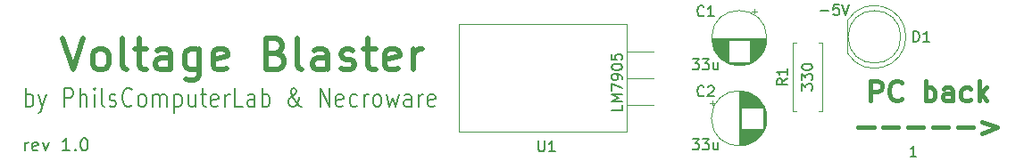
<source format=gbr>
%TF.GenerationSoftware,KiCad,Pcbnew,5.1.7*%
%TF.CreationDate,2020-11-23T18:03:56+01:00*%
%TF.ProjectId,voltage-blaster,766f6c74-6167-4652-9d62-6c6173746572,1.0*%
%TF.SameCoordinates,Original*%
%TF.FileFunction,Legend,Top*%
%TF.FilePolarity,Positive*%
%FSLAX46Y46*%
G04 Gerber Fmt 4.6, Leading zero omitted, Abs format (unit mm)*
G04 Created by KiCad (PCBNEW 5.1.7) date 2020-11-23 18:03:56*
%MOMM*%
%LPD*%
G01*
G04 APERTURE LIST*
%ADD10C,0.150000*%
%ADD11C,0.200000*%
%ADD12C,0.500000*%
%ADD13C,0.400000*%
%ADD14C,0.120000*%
G04 APERTURE END LIST*
D10*
X72622142Y-62137857D02*
X72622142Y-61337857D01*
X72622142Y-61566428D02*
X72679285Y-61452142D01*
X72736428Y-61395000D01*
X72850714Y-61337857D01*
X72965000Y-61337857D01*
X73822142Y-62080714D02*
X73707857Y-62137857D01*
X73479285Y-62137857D01*
X73365000Y-62080714D01*
X73307857Y-61966428D01*
X73307857Y-61509285D01*
X73365000Y-61395000D01*
X73479285Y-61337857D01*
X73707857Y-61337857D01*
X73822142Y-61395000D01*
X73879285Y-61509285D01*
X73879285Y-61623571D01*
X73307857Y-61737857D01*
X74279285Y-61337857D02*
X74565000Y-62137857D01*
X74850714Y-61337857D01*
X76850714Y-62137857D02*
X76165000Y-62137857D01*
X76507857Y-62137857D02*
X76507857Y-60937857D01*
X76393571Y-61109285D01*
X76279285Y-61223571D01*
X76165000Y-61280714D01*
X77365000Y-62023571D02*
X77422142Y-62080714D01*
X77365000Y-62137857D01*
X77307857Y-62080714D01*
X77365000Y-62023571D01*
X77365000Y-62137857D01*
X78165000Y-60937857D02*
X78279285Y-60937857D01*
X78393571Y-60995000D01*
X78450714Y-61052142D01*
X78507857Y-61166428D01*
X78565000Y-61395000D01*
X78565000Y-61680714D01*
X78507857Y-61909285D01*
X78450714Y-62023571D01*
X78393571Y-62080714D01*
X78279285Y-62137857D01*
X78165000Y-62137857D01*
X78050714Y-62080714D01*
X77993571Y-62023571D01*
X77936428Y-61909285D01*
X77879285Y-61680714D01*
X77879285Y-61395000D01*
X77936428Y-61166428D01*
X77993571Y-61052142D01*
X78050714Y-60995000D01*
X78165000Y-60937857D01*
D11*
X72682142Y-57964285D02*
X72682142Y-56164285D01*
X72682142Y-56850000D02*
X72825000Y-56764285D01*
X73110714Y-56764285D01*
X73253571Y-56850000D01*
X73325000Y-56935714D01*
X73396428Y-57107142D01*
X73396428Y-57621428D01*
X73325000Y-57792857D01*
X73253571Y-57878571D01*
X73110714Y-57964285D01*
X72825000Y-57964285D01*
X72682142Y-57878571D01*
X73896428Y-56764285D02*
X74253571Y-57964285D01*
X74610714Y-56764285D02*
X74253571Y-57964285D01*
X74110714Y-58392857D01*
X74039285Y-58478571D01*
X73896428Y-58564285D01*
X76325000Y-57964285D02*
X76325000Y-56164285D01*
X76896428Y-56164285D01*
X77039285Y-56250000D01*
X77110714Y-56335714D01*
X77182142Y-56507142D01*
X77182142Y-56764285D01*
X77110714Y-56935714D01*
X77039285Y-57021428D01*
X76896428Y-57107142D01*
X76325000Y-57107142D01*
X77825000Y-57964285D02*
X77825000Y-56164285D01*
X78467857Y-57964285D02*
X78467857Y-57021428D01*
X78396428Y-56850000D01*
X78253571Y-56764285D01*
X78039285Y-56764285D01*
X77896428Y-56850000D01*
X77825000Y-56935714D01*
X79182142Y-57964285D02*
X79182142Y-56764285D01*
X79182142Y-56164285D02*
X79110714Y-56250000D01*
X79182142Y-56335714D01*
X79253571Y-56250000D01*
X79182142Y-56164285D01*
X79182142Y-56335714D01*
X80110714Y-57964285D02*
X79967857Y-57878571D01*
X79896428Y-57707142D01*
X79896428Y-56164285D01*
X80610714Y-57878571D02*
X80753571Y-57964285D01*
X81039285Y-57964285D01*
X81182142Y-57878571D01*
X81253571Y-57707142D01*
X81253571Y-57621428D01*
X81182142Y-57450000D01*
X81039285Y-57364285D01*
X80825000Y-57364285D01*
X80682142Y-57278571D01*
X80610714Y-57107142D01*
X80610714Y-57021428D01*
X80682142Y-56850000D01*
X80825000Y-56764285D01*
X81039285Y-56764285D01*
X81182142Y-56850000D01*
X82753571Y-57792857D02*
X82682142Y-57878571D01*
X82467857Y-57964285D01*
X82325000Y-57964285D01*
X82110714Y-57878571D01*
X81967857Y-57707142D01*
X81896428Y-57535714D01*
X81825000Y-57192857D01*
X81825000Y-56935714D01*
X81896428Y-56592857D01*
X81967857Y-56421428D01*
X82110714Y-56250000D01*
X82325000Y-56164285D01*
X82467857Y-56164285D01*
X82682142Y-56250000D01*
X82753571Y-56335714D01*
X83610714Y-57964285D02*
X83467857Y-57878571D01*
X83396428Y-57792857D01*
X83325000Y-57621428D01*
X83325000Y-57107142D01*
X83396428Y-56935714D01*
X83467857Y-56850000D01*
X83610714Y-56764285D01*
X83825000Y-56764285D01*
X83967857Y-56850000D01*
X84039285Y-56935714D01*
X84110714Y-57107142D01*
X84110714Y-57621428D01*
X84039285Y-57792857D01*
X83967857Y-57878571D01*
X83825000Y-57964285D01*
X83610714Y-57964285D01*
X84753571Y-57964285D02*
X84753571Y-56764285D01*
X84753571Y-56935714D02*
X84825000Y-56850000D01*
X84967857Y-56764285D01*
X85182142Y-56764285D01*
X85325000Y-56850000D01*
X85396428Y-57021428D01*
X85396428Y-57964285D01*
X85396428Y-57021428D02*
X85467857Y-56850000D01*
X85610714Y-56764285D01*
X85825000Y-56764285D01*
X85967857Y-56850000D01*
X86039285Y-57021428D01*
X86039285Y-57964285D01*
X86753571Y-56764285D02*
X86753571Y-58564285D01*
X86753571Y-56850000D02*
X86896428Y-56764285D01*
X87182142Y-56764285D01*
X87325000Y-56850000D01*
X87396428Y-56935714D01*
X87467857Y-57107142D01*
X87467857Y-57621428D01*
X87396428Y-57792857D01*
X87325000Y-57878571D01*
X87182142Y-57964285D01*
X86896428Y-57964285D01*
X86753571Y-57878571D01*
X88753571Y-56764285D02*
X88753571Y-57964285D01*
X88110714Y-56764285D02*
X88110714Y-57707142D01*
X88182142Y-57878571D01*
X88325000Y-57964285D01*
X88539285Y-57964285D01*
X88682142Y-57878571D01*
X88753571Y-57792857D01*
X89253571Y-56764285D02*
X89825000Y-56764285D01*
X89467857Y-56164285D02*
X89467857Y-57707142D01*
X89539285Y-57878571D01*
X89682142Y-57964285D01*
X89825000Y-57964285D01*
X90896428Y-57878571D02*
X90753571Y-57964285D01*
X90467857Y-57964285D01*
X90325000Y-57878571D01*
X90253571Y-57707142D01*
X90253571Y-57021428D01*
X90325000Y-56850000D01*
X90467857Y-56764285D01*
X90753571Y-56764285D01*
X90896428Y-56850000D01*
X90967857Y-57021428D01*
X90967857Y-57192857D01*
X90253571Y-57364285D01*
X91610714Y-57964285D02*
X91610714Y-56764285D01*
X91610714Y-57107142D02*
X91682142Y-56935714D01*
X91753571Y-56850000D01*
X91896428Y-56764285D01*
X92039285Y-56764285D01*
X93253571Y-57964285D02*
X92539285Y-57964285D01*
X92539285Y-56164285D01*
X94396428Y-57964285D02*
X94396428Y-57021428D01*
X94325000Y-56850000D01*
X94182142Y-56764285D01*
X93896428Y-56764285D01*
X93753571Y-56850000D01*
X94396428Y-57878571D02*
X94253571Y-57964285D01*
X93896428Y-57964285D01*
X93753571Y-57878571D01*
X93682142Y-57707142D01*
X93682142Y-57535714D01*
X93753571Y-57364285D01*
X93896428Y-57278571D01*
X94253571Y-57278571D01*
X94396428Y-57192857D01*
X95110714Y-57964285D02*
X95110714Y-56164285D01*
X95110714Y-56850000D02*
X95253571Y-56764285D01*
X95539285Y-56764285D01*
X95682142Y-56850000D01*
X95753571Y-56935714D01*
X95825000Y-57107142D01*
X95825000Y-57621428D01*
X95753571Y-57792857D01*
X95682142Y-57878571D01*
X95539285Y-57964285D01*
X95253571Y-57964285D01*
X95110714Y-57878571D01*
X98825000Y-57964285D02*
X98753571Y-57964285D01*
X98610714Y-57878571D01*
X98396428Y-57621428D01*
X98039285Y-57107142D01*
X97896428Y-56850000D01*
X97825000Y-56592857D01*
X97825000Y-56421428D01*
X97896428Y-56250000D01*
X98039285Y-56164285D01*
X98110714Y-56164285D01*
X98253571Y-56250000D01*
X98325000Y-56421428D01*
X98325000Y-56507142D01*
X98253571Y-56678571D01*
X98182142Y-56764285D01*
X97753571Y-57107142D01*
X97682142Y-57192857D01*
X97610714Y-57364285D01*
X97610714Y-57621428D01*
X97682142Y-57792857D01*
X97753571Y-57878571D01*
X97896428Y-57964285D01*
X98110714Y-57964285D01*
X98253571Y-57878571D01*
X98325000Y-57792857D01*
X98539285Y-57450000D01*
X98610714Y-57192857D01*
X98610714Y-57021428D01*
X100610714Y-57964285D02*
X100610714Y-56164285D01*
X101467857Y-57964285D01*
X101467857Y-56164285D01*
X102753571Y-57878571D02*
X102610714Y-57964285D01*
X102325000Y-57964285D01*
X102182142Y-57878571D01*
X102110714Y-57707142D01*
X102110714Y-57021428D01*
X102182142Y-56850000D01*
X102325000Y-56764285D01*
X102610714Y-56764285D01*
X102753571Y-56850000D01*
X102825000Y-57021428D01*
X102825000Y-57192857D01*
X102110714Y-57364285D01*
X104110714Y-57878571D02*
X103967857Y-57964285D01*
X103682142Y-57964285D01*
X103539285Y-57878571D01*
X103467857Y-57792857D01*
X103396428Y-57621428D01*
X103396428Y-57107142D01*
X103467857Y-56935714D01*
X103539285Y-56850000D01*
X103682142Y-56764285D01*
X103967857Y-56764285D01*
X104110714Y-56850000D01*
X104753571Y-57964285D02*
X104753571Y-56764285D01*
X104753571Y-57107142D02*
X104825000Y-56935714D01*
X104896428Y-56850000D01*
X105039285Y-56764285D01*
X105182142Y-56764285D01*
X105896428Y-57964285D02*
X105753571Y-57878571D01*
X105682142Y-57792857D01*
X105610714Y-57621428D01*
X105610714Y-57107142D01*
X105682142Y-56935714D01*
X105753571Y-56850000D01*
X105896428Y-56764285D01*
X106110714Y-56764285D01*
X106253571Y-56850000D01*
X106325000Y-56935714D01*
X106396428Y-57107142D01*
X106396428Y-57621428D01*
X106325000Y-57792857D01*
X106253571Y-57878571D01*
X106110714Y-57964285D01*
X105896428Y-57964285D01*
X106896428Y-56764285D02*
X107182142Y-57964285D01*
X107467857Y-57107142D01*
X107753571Y-57964285D01*
X108039285Y-56764285D01*
X109253571Y-57964285D02*
X109253571Y-57021428D01*
X109182142Y-56850000D01*
X109039285Y-56764285D01*
X108753571Y-56764285D01*
X108610714Y-56850000D01*
X109253571Y-57878571D02*
X109110714Y-57964285D01*
X108753571Y-57964285D01*
X108610714Y-57878571D01*
X108539285Y-57707142D01*
X108539285Y-57535714D01*
X108610714Y-57364285D01*
X108753571Y-57278571D01*
X109110714Y-57278571D01*
X109253571Y-57192857D01*
X109967857Y-57964285D02*
X109967857Y-56764285D01*
X109967857Y-57107142D02*
X110039285Y-56935714D01*
X110110714Y-56850000D01*
X110253571Y-56764285D01*
X110396428Y-56764285D01*
X111467857Y-57878571D02*
X111325000Y-57964285D01*
X111039285Y-57964285D01*
X110896428Y-57878571D01*
X110825000Y-57707142D01*
X110825000Y-57021428D01*
X110896428Y-56850000D01*
X111039285Y-56764285D01*
X111325000Y-56764285D01*
X111467857Y-56850000D01*
X111539285Y-57021428D01*
X111539285Y-57192857D01*
X110825000Y-57364285D01*
D12*
X76146571Y-51443142D02*
X77146571Y-54443142D01*
X78146571Y-51443142D01*
X79575142Y-54443142D02*
X79289428Y-54300285D01*
X79146571Y-54157428D01*
X79003714Y-53871714D01*
X79003714Y-53014571D01*
X79146571Y-52728857D01*
X79289428Y-52586000D01*
X79575142Y-52443142D01*
X80003714Y-52443142D01*
X80289428Y-52586000D01*
X80432285Y-52728857D01*
X80575142Y-53014571D01*
X80575142Y-53871714D01*
X80432285Y-54157428D01*
X80289428Y-54300285D01*
X80003714Y-54443142D01*
X79575142Y-54443142D01*
X82289428Y-54443142D02*
X82003714Y-54300285D01*
X81860857Y-54014571D01*
X81860857Y-51443142D01*
X83003714Y-52443142D02*
X84146571Y-52443142D01*
X83432285Y-51443142D02*
X83432285Y-54014571D01*
X83575142Y-54300285D01*
X83860857Y-54443142D01*
X84146571Y-54443142D01*
X86432285Y-54443142D02*
X86432285Y-52871714D01*
X86289428Y-52586000D01*
X86003714Y-52443142D01*
X85432285Y-52443142D01*
X85146571Y-52586000D01*
X86432285Y-54300285D02*
X86146571Y-54443142D01*
X85432285Y-54443142D01*
X85146571Y-54300285D01*
X85003714Y-54014571D01*
X85003714Y-53728857D01*
X85146571Y-53443142D01*
X85432285Y-53300285D01*
X86146571Y-53300285D01*
X86432285Y-53157428D01*
X89146571Y-52443142D02*
X89146571Y-54871714D01*
X89003714Y-55157428D01*
X88860857Y-55300285D01*
X88575142Y-55443142D01*
X88146571Y-55443142D01*
X87860857Y-55300285D01*
X89146571Y-54300285D02*
X88860857Y-54443142D01*
X88289428Y-54443142D01*
X88003714Y-54300285D01*
X87860857Y-54157428D01*
X87717999Y-53871714D01*
X87717999Y-53014571D01*
X87860857Y-52728857D01*
X88003714Y-52586000D01*
X88289428Y-52443142D01*
X88860857Y-52443142D01*
X89146571Y-52586000D01*
X91718000Y-54300285D02*
X91432285Y-54443142D01*
X90860857Y-54443142D01*
X90575142Y-54300285D01*
X90432285Y-54014571D01*
X90432285Y-52871714D01*
X90575142Y-52586000D01*
X90860857Y-52443142D01*
X91432285Y-52443142D01*
X91718000Y-52586000D01*
X91860857Y-52871714D01*
X91860857Y-53157428D01*
X90432285Y-53443142D01*
X96432285Y-52871714D02*
X96860857Y-53014571D01*
X97003714Y-53157428D01*
X97146571Y-53443142D01*
X97146571Y-53871714D01*
X97003714Y-54157428D01*
X96860857Y-54300285D01*
X96575142Y-54443142D01*
X95432285Y-54443142D01*
X95432285Y-51443142D01*
X96432285Y-51443142D01*
X96718000Y-51586000D01*
X96860857Y-51728857D01*
X97003714Y-52014571D01*
X97003714Y-52300285D01*
X96860857Y-52586000D01*
X96718000Y-52728857D01*
X96432285Y-52871714D01*
X95432285Y-52871714D01*
X98860857Y-54443142D02*
X98575142Y-54300285D01*
X98432285Y-54014571D01*
X98432285Y-51443142D01*
X101289428Y-54443142D02*
X101289428Y-52871714D01*
X101146571Y-52586000D01*
X100860857Y-52443142D01*
X100289428Y-52443142D01*
X100003714Y-52586000D01*
X101289428Y-54300285D02*
X101003714Y-54443142D01*
X100289428Y-54443142D01*
X100003714Y-54300285D01*
X99860857Y-54014571D01*
X99860857Y-53728857D01*
X100003714Y-53443142D01*
X100289428Y-53300285D01*
X101003714Y-53300285D01*
X101289428Y-53157428D01*
X102575142Y-54300285D02*
X102860857Y-54443142D01*
X103432285Y-54443142D01*
X103717999Y-54300285D01*
X103860857Y-54014571D01*
X103860857Y-53871714D01*
X103717999Y-53586000D01*
X103432285Y-53443142D01*
X103003714Y-53443142D01*
X102717999Y-53300285D01*
X102575142Y-53014571D01*
X102575142Y-52871714D01*
X102717999Y-52586000D01*
X103003714Y-52443142D01*
X103432285Y-52443142D01*
X103717999Y-52586000D01*
X104718000Y-52443142D02*
X105860857Y-52443142D01*
X105146571Y-51443142D02*
X105146571Y-54014571D01*
X105289428Y-54300285D01*
X105575142Y-54443142D01*
X105860857Y-54443142D01*
X108003714Y-54300285D02*
X107717999Y-54443142D01*
X107146571Y-54443142D01*
X106860857Y-54300285D01*
X106717999Y-54014571D01*
X106717999Y-52871714D01*
X106860857Y-52586000D01*
X107146571Y-52443142D01*
X107717999Y-52443142D01*
X108003714Y-52586000D01*
X108146571Y-52871714D01*
X108146571Y-53157428D01*
X106717999Y-53443142D01*
X109432285Y-54443142D02*
X109432285Y-52443142D01*
X109432285Y-53014571D02*
X109575142Y-52728857D01*
X109717999Y-52586000D01*
X110003714Y-52443142D01*
X110289428Y-52443142D01*
D10*
X157130714Y-62682380D02*
X156559285Y-62682380D01*
X156845000Y-62682380D02*
X156845000Y-61682380D01*
X156749761Y-61825238D01*
X156654523Y-61920476D01*
X156559285Y-61968095D01*
D13*
X152768190Y-57400523D02*
X152768190Y-55500523D01*
X153492000Y-55500523D01*
X153672952Y-55591000D01*
X153763428Y-55681476D01*
X153853904Y-55862428D01*
X153853904Y-56133857D01*
X153763428Y-56314809D01*
X153672952Y-56405285D01*
X153492000Y-56495761D01*
X152768190Y-56495761D01*
X155753904Y-57219571D02*
X155663428Y-57310047D01*
X155392000Y-57400523D01*
X155211047Y-57400523D01*
X154939619Y-57310047D01*
X154758666Y-57129095D01*
X154668190Y-56948142D01*
X154577714Y-56586238D01*
X154577714Y-56314809D01*
X154668190Y-55952904D01*
X154758666Y-55771952D01*
X154939619Y-55591000D01*
X155211047Y-55500523D01*
X155392000Y-55500523D01*
X155663428Y-55591000D01*
X155753904Y-55681476D01*
X158015809Y-57400523D02*
X158015809Y-55500523D01*
X158015809Y-56224333D02*
X158196761Y-56133857D01*
X158558666Y-56133857D01*
X158739619Y-56224333D01*
X158830095Y-56314809D01*
X158920571Y-56495761D01*
X158920571Y-57038619D01*
X158830095Y-57219571D01*
X158739619Y-57310047D01*
X158558666Y-57400523D01*
X158196761Y-57400523D01*
X158015809Y-57310047D01*
X160549142Y-57400523D02*
X160549142Y-56405285D01*
X160458666Y-56224333D01*
X160277714Y-56133857D01*
X159915809Y-56133857D01*
X159734857Y-56224333D01*
X160549142Y-57310047D02*
X160368190Y-57400523D01*
X159915809Y-57400523D01*
X159734857Y-57310047D01*
X159644380Y-57129095D01*
X159644380Y-56948142D01*
X159734857Y-56767190D01*
X159915809Y-56676714D01*
X160368190Y-56676714D01*
X160549142Y-56586238D01*
X162268190Y-57310047D02*
X162087238Y-57400523D01*
X161725333Y-57400523D01*
X161544380Y-57310047D01*
X161453904Y-57219571D01*
X161363428Y-57038619D01*
X161363428Y-56495761D01*
X161453904Y-56314809D01*
X161544380Y-56224333D01*
X161725333Y-56133857D01*
X162087238Y-56133857D01*
X162268190Y-56224333D01*
X163082476Y-57400523D02*
X163082476Y-55500523D01*
X163263428Y-56676714D02*
X163806285Y-57400523D01*
X163806285Y-56133857D02*
X163082476Y-56857666D01*
X151637238Y-59926714D02*
X153084857Y-59926714D01*
X153989619Y-59926714D02*
X155437238Y-59926714D01*
X156342000Y-59926714D02*
X157789619Y-59926714D01*
X158694380Y-59926714D02*
X160142000Y-59926714D01*
X161046761Y-59926714D02*
X162494380Y-59926714D01*
X163399142Y-59383857D02*
X164846761Y-59926714D01*
X163399142Y-60469571D01*
D14*
%TO.C,U1*%
X129660000Y-60365000D02*
X129660000Y-50125000D01*
X113770000Y-60365000D02*
X113770000Y-50125000D01*
X113770000Y-60365000D02*
X129660000Y-60365000D01*
X113770000Y-50125000D02*
X129660000Y-50125000D01*
X129660000Y-57785000D02*
X132200000Y-57785000D01*
X129660000Y-55245000D02*
X132200000Y-55245000D01*
X129660000Y-52705000D02*
X132200000Y-52705000D01*
%TO.C,C2*%
X142935000Y-59055000D02*
G75*
G03*
X142935000Y-59055000I-2620000J0D01*
G01*
X140315000Y-56475000D02*
X140315000Y-61635000D01*
X140355000Y-56475000D02*
X140355000Y-61635000D01*
X140395000Y-56476000D02*
X140395000Y-61634000D01*
X140435000Y-56477000D02*
X140435000Y-61633000D01*
X140475000Y-56479000D02*
X140475000Y-61631000D01*
X140515000Y-56482000D02*
X140515000Y-61628000D01*
X140555000Y-56486000D02*
X140555000Y-58015000D01*
X140555000Y-60095000D02*
X140555000Y-61624000D01*
X140595000Y-56490000D02*
X140595000Y-58015000D01*
X140595000Y-60095000D02*
X140595000Y-61620000D01*
X140635000Y-56494000D02*
X140635000Y-58015000D01*
X140635000Y-60095000D02*
X140635000Y-61616000D01*
X140675000Y-56499000D02*
X140675000Y-58015000D01*
X140675000Y-60095000D02*
X140675000Y-61611000D01*
X140715000Y-56505000D02*
X140715000Y-58015000D01*
X140715000Y-60095000D02*
X140715000Y-61605000D01*
X140755000Y-56512000D02*
X140755000Y-58015000D01*
X140755000Y-60095000D02*
X140755000Y-61598000D01*
X140795000Y-56519000D02*
X140795000Y-58015000D01*
X140795000Y-60095000D02*
X140795000Y-61591000D01*
X140835000Y-56527000D02*
X140835000Y-58015000D01*
X140835000Y-60095000D02*
X140835000Y-61583000D01*
X140875000Y-56535000D02*
X140875000Y-58015000D01*
X140875000Y-60095000D02*
X140875000Y-61575000D01*
X140915000Y-56544000D02*
X140915000Y-58015000D01*
X140915000Y-60095000D02*
X140915000Y-61566000D01*
X140955000Y-56554000D02*
X140955000Y-58015000D01*
X140955000Y-60095000D02*
X140955000Y-61556000D01*
X140995000Y-56564000D02*
X140995000Y-58015000D01*
X140995000Y-60095000D02*
X140995000Y-61546000D01*
X141036000Y-56575000D02*
X141036000Y-58015000D01*
X141036000Y-60095000D02*
X141036000Y-61535000D01*
X141076000Y-56587000D02*
X141076000Y-58015000D01*
X141076000Y-60095000D02*
X141076000Y-61523000D01*
X141116000Y-56600000D02*
X141116000Y-58015000D01*
X141116000Y-60095000D02*
X141116000Y-61510000D01*
X141156000Y-56613000D02*
X141156000Y-58015000D01*
X141156000Y-60095000D02*
X141156000Y-61497000D01*
X141196000Y-56627000D02*
X141196000Y-58015000D01*
X141196000Y-60095000D02*
X141196000Y-61483000D01*
X141236000Y-56641000D02*
X141236000Y-58015000D01*
X141236000Y-60095000D02*
X141236000Y-61469000D01*
X141276000Y-56657000D02*
X141276000Y-58015000D01*
X141276000Y-60095000D02*
X141276000Y-61453000D01*
X141316000Y-56673000D02*
X141316000Y-58015000D01*
X141316000Y-60095000D02*
X141316000Y-61437000D01*
X141356000Y-56690000D02*
X141356000Y-58015000D01*
X141356000Y-60095000D02*
X141356000Y-61420000D01*
X141396000Y-56707000D02*
X141396000Y-58015000D01*
X141396000Y-60095000D02*
X141396000Y-61403000D01*
X141436000Y-56726000D02*
X141436000Y-58015000D01*
X141436000Y-60095000D02*
X141436000Y-61384000D01*
X141476000Y-56745000D02*
X141476000Y-58015000D01*
X141476000Y-60095000D02*
X141476000Y-61365000D01*
X141516000Y-56765000D02*
X141516000Y-58015000D01*
X141516000Y-60095000D02*
X141516000Y-61345000D01*
X141556000Y-56787000D02*
X141556000Y-58015000D01*
X141556000Y-60095000D02*
X141556000Y-61323000D01*
X141596000Y-56808000D02*
X141596000Y-58015000D01*
X141596000Y-60095000D02*
X141596000Y-61302000D01*
X141636000Y-56831000D02*
X141636000Y-58015000D01*
X141636000Y-60095000D02*
X141636000Y-61279000D01*
X141676000Y-56855000D02*
X141676000Y-58015000D01*
X141676000Y-60095000D02*
X141676000Y-61255000D01*
X141716000Y-56880000D02*
X141716000Y-58015000D01*
X141716000Y-60095000D02*
X141716000Y-61230000D01*
X141756000Y-56906000D02*
X141756000Y-58015000D01*
X141756000Y-60095000D02*
X141756000Y-61204000D01*
X141796000Y-56933000D02*
X141796000Y-58015000D01*
X141796000Y-60095000D02*
X141796000Y-61177000D01*
X141836000Y-56960000D02*
X141836000Y-58015000D01*
X141836000Y-60095000D02*
X141836000Y-61150000D01*
X141876000Y-56990000D02*
X141876000Y-58015000D01*
X141876000Y-60095000D02*
X141876000Y-61120000D01*
X141916000Y-57020000D02*
X141916000Y-58015000D01*
X141916000Y-60095000D02*
X141916000Y-61090000D01*
X141956000Y-57051000D02*
X141956000Y-58015000D01*
X141956000Y-60095000D02*
X141956000Y-61059000D01*
X141996000Y-57084000D02*
X141996000Y-58015000D01*
X141996000Y-60095000D02*
X141996000Y-61026000D01*
X142036000Y-57118000D02*
X142036000Y-58015000D01*
X142036000Y-60095000D02*
X142036000Y-60992000D01*
X142076000Y-57154000D02*
X142076000Y-58015000D01*
X142076000Y-60095000D02*
X142076000Y-60956000D01*
X142116000Y-57191000D02*
X142116000Y-58015000D01*
X142116000Y-60095000D02*
X142116000Y-60919000D01*
X142156000Y-57229000D02*
X142156000Y-58015000D01*
X142156000Y-60095000D02*
X142156000Y-60881000D01*
X142196000Y-57270000D02*
X142196000Y-58015000D01*
X142196000Y-60095000D02*
X142196000Y-60840000D01*
X142236000Y-57312000D02*
X142236000Y-58015000D01*
X142236000Y-60095000D02*
X142236000Y-60798000D01*
X142276000Y-57356000D02*
X142276000Y-58015000D01*
X142276000Y-60095000D02*
X142276000Y-60754000D01*
X142316000Y-57402000D02*
X142316000Y-58015000D01*
X142316000Y-60095000D02*
X142316000Y-60708000D01*
X142356000Y-57450000D02*
X142356000Y-58015000D01*
X142356000Y-60095000D02*
X142356000Y-60660000D01*
X142396000Y-57501000D02*
X142396000Y-58015000D01*
X142396000Y-60095000D02*
X142396000Y-60609000D01*
X142436000Y-57555000D02*
X142436000Y-58015000D01*
X142436000Y-60095000D02*
X142436000Y-60555000D01*
X142476000Y-57612000D02*
X142476000Y-58015000D01*
X142476000Y-60095000D02*
X142476000Y-60498000D01*
X142516000Y-57672000D02*
X142516000Y-58015000D01*
X142516000Y-60095000D02*
X142516000Y-60438000D01*
X142556000Y-57736000D02*
X142556000Y-58015000D01*
X142556000Y-60095000D02*
X142556000Y-60374000D01*
X142596000Y-57804000D02*
X142596000Y-58015000D01*
X142596000Y-60095000D02*
X142596000Y-60306000D01*
X142636000Y-57877000D02*
X142636000Y-60233000D01*
X142676000Y-57957000D02*
X142676000Y-60153000D01*
X142716000Y-58044000D02*
X142716000Y-60066000D01*
X142756000Y-58140000D02*
X142756000Y-59970000D01*
X142796000Y-58250000D02*
X142796000Y-59860000D01*
X142836000Y-58378000D02*
X142836000Y-59732000D01*
X142876000Y-58537000D02*
X142876000Y-59573000D01*
X142916000Y-58771000D02*
X142916000Y-59339000D01*
X137510225Y-57580000D02*
X138010225Y-57580000D01*
X137760225Y-57330000D02*
X137760225Y-57830000D01*
%TO.C,C1*%
X142955000Y-51415000D02*
G75*
G03*
X142955000Y-51415000I-2620000J0D01*
G01*
X142915000Y-51415000D02*
X137755000Y-51415000D01*
X142915000Y-51455000D02*
X137755000Y-51455000D01*
X142914000Y-51495000D02*
X137756000Y-51495000D01*
X142913000Y-51535000D02*
X137757000Y-51535000D01*
X142911000Y-51575000D02*
X137759000Y-51575000D01*
X142908000Y-51615000D02*
X137762000Y-51615000D01*
X142904000Y-51655000D02*
X141375000Y-51655000D01*
X139295000Y-51655000D02*
X137766000Y-51655000D01*
X142900000Y-51695000D02*
X141375000Y-51695000D01*
X139295000Y-51695000D02*
X137770000Y-51695000D01*
X142896000Y-51735000D02*
X141375000Y-51735000D01*
X139295000Y-51735000D02*
X137774000Y-51735000D01*
X142891000Y-51775000D02*
X141375000Y-51775000D01*
X139295000Y-51775000D02*
X137779000Y-51775000D01*
X142885000Y-51815000D02*
X141375000Y-51815000D01*
X139295000Y-51815000D02*
X137785000Y-51815000D01*
X142878000Y-51855000D02*
X141375000Y-51855000D01*
X139295000Y-51855000D02*
X137792000Y-51855000D01*
X142871000Y-51895000D02*
X141375000Y-51895000D01*
X139295000Y-51895000D02*
X137799000Y-51895000D01*
X142863000Y-51935000D02*
X141375000Y-51935000D01*
X139295000Y-51935000D02*
X137807000Y-51935000D01*
X142855000Y-51975000D02*
X141375000Y-51975000D01*
X139295000Y-51975000D02*
X137815000Y-51975000D01*
X142846000Y-52015000D02*
X141375000Y-52015000D01*
X139295000Y-52015000D02*
X137824000Y-52015000D01*
X142836000Y-52055000D02*
X141375000Y-52055000D01*
X139295000Y-52055000D02*
X137834000Y-52055000D01*
X142826000Y-52095000D02*
X141375000Y-52095000D01*
X139295000Y-52095000D02*
X137844000Y-52095000D01*
X142815000Y-52136000D02*
X141375000Y-52136000D01*
X139295000Y-52136000D02*
X137855000Y-52136000D01*
X142803000Y-52176000D02*
X141375000Y-52176000D01*
X139295000Y-52176000D02*
X137867000Y-52176000D01*
X142790000Y-52216000D02*
X141375000Y-52216000D01*
X139295000Y-52216000D02*
X137880000Y-52216000D01*
X142777000Y-52256000D02*
X141375000Y-52256000D01*
X139295000Y-52256000D02*
X137893000Y-52256000D01*
X142763000Y-52296000D02*
X141375000Y-52296000D01*
X139295000Y-52296000D02*
X137907000Y-52296000D01*
X142749000Y-52336000D02*
X141375000Y-52336000D01*
X139295000Y-52336000D02*
X137921000Y-52336000D01*
X142733000Y-52376000D02*
X141375000Y-52376000D01*
X139295000Y-52376000D02*
X137937000Y-52376000D01*
X142717000Y-52416000D02*
X141375000Y-52416000D01*
X139295000Y-52416000D02*
X137953000Y-52416000D01*
X142700000Y-52456000D02*
X141375000Y-52456000D01*
X139295000Y-52456000D02*
X137970000Y-52456000D01*
X142683000Y-52496000D02*
X141375000Y-52496000D01*
X139295000Y-52496000D02*
X137987000Y-52496000D01*
X142664000Y-52536000D02*
X141375000Y-52536000D01*
X139295000Y-52536000D02*
X138006000Y-52536000D01*
X142645000Y-52576000D02*
X141375000Y-52576000D01*
X139295000Y-52576000D02*
X138025000Y-52576000D01*
X142625000Y-52616000D02*
X141375000Y-52616000D01*
X139295000Y-52616000D02*
X138045000Y-52616000D01*
X142603000Y-52656000D02*
X141375000Y-52656000D01*
X139295000Y-52656000D02*
X138067000Y-52656000D01*
X142582000Y-52696000D02*
X141375000Y-52696000D01*
X139295000Y-52696000D02*
X138088000Y-52696000D01*
X142559000Y-52736000D02*
X141375000Y-52736000D01*
X139295000Y-52736000D02*
X138111000Y-52736000D01*
X142535000Y-52776000D02*
X141375000Y-52776000D01*
X139295000Y-52776000D02*
X138135000Y-52776000D01*
X142510000Y-52816000D02*
X141375000Y-52816000D01*
X139295000Y-52816000D02*
X138160000Y-52816000D01*
X142484000Y-52856000D02*
X141375000Y-52856000D01*
X139295000Y-52856000D02*
X138186000Y-52856000D01*
X142457000Y-52896000D02*
X141375000Y-52896000D01*
X139295000Y-52896000D02*
X138213000Y-52896000D01*
X142430000Y-52936000D02*
X141375000Y-52936000D01*
X139295000Y-52936000D02*
X138240000Y-52936000D01*
X142400000Y-52976000D02*
X141375000Y-52976000D01*
X139295000Y-52976000D02*
X138270000Y-52976000D01*
X142370000Y-53016000D02*
X141375000Y-53016000D01*
X139295000Y-53016000D02*
X138300000Y-53016000D01*
X142339000Y-53056000D02*
X141375000Y-53056000D01*
X139295000Y-53056000D02*
X138331000Y-53056000D01*
X142306000Y-53096000D02*
X141375000Y-53096000D01*
X139295000Y-53096000D02*
X138364000Y-53096000D01*
X142272000Y-53136000D02*
X141375000Y-53136000D01*
X139295000Y-53136000D02*
X138398000Y-53136000D01*
X142236000Y-53176000D02*
X141375000Y-53176000D01*
X139295000Y-53176000D02*
X138434000Y-53176000D01*
X142199000Y-53216000D02*
X141375000Y-53216000D01*
X139295000Y-53216000D02*
X138471000Y-53216000D01*
X142161000Y-53256000D02*
X141375000Y-53256000D01*
X139295000Y-53256000D02*
X138509000Y-53256000D01*
X142120000Y-53296000D02*
X141375000Y-53296000D01*
X139295000Y-53296000D02*
X138550000Y-53296000D01*
X142078000Y-53336000D02*
X141375000Y-53336000D01*
X139295000Y-53336000D02*
X138592000Y-53336000D01*
X142034000Y-53376000D02*
X141375000Y-53376000D01*
X139295000Y-53376000D02*
X138636000Y-53376000D01*
X141988000Y-53416000D02*
X141375000Y-53416000D01*
X139295000Y-53416000D02*
X138682000Y-53416000D01*
X141940000Y-53456000D02*
X141375000Y-53456000D01*
X139295000Y-53456000D02*
X138730000Y-53456000D01*
X141889000Y-53496000D02*
X141375000Y-53496000D01*
X139295000Y-53496000D02*
X138781000Y-53496000D01*
X141835000Y-53536000D02*
X141375000Y-53536000D01*
X139295000Y-53536000D02*
X138835000Y-53536000D01*
X141778000Y-53576000D02*
X141375000Y-53576000D01*
X139295000Y-53576000D02*
X138892000Y-53576000D01*
X141718000Y-53616000D02*
X141375000Y-53616000D01*
X139295000Y-53616000D02*
X138952000Y-53616000D01*
X141654000Y-53656000D02*
X141375000Y-53656000D01*
X139295000Y-53656000D02*
X139016000Y-53656000D01*
X141586000Y-53696000D02*
X141375000Y-53696000D01*
X139295000Y-53696000D02*
X139084000Y-53696000D01*
X141513000Y-53736000D02*
X139157000Y-53736000D01*
X141433000Y-53776000D02*
X139237000Y-53776000D01*
X141346000Y-53816000D02*
X139324000Y-53816000D01*
X141250000Y-53856000D02*
X139420000Y-53856000D01*
X141140000Y-53896000D02*
X139530000Y-53896000D01*
X141012000Y-53936000D02*
X139658000Y-53936000D01*
X140853000Y-53976000D02*
X139817000Y-53976000D01*
X140619000Y-54016000D02*
X140051000Y-54016000D01*
X141810000Y-48610225D02*
X141810000Y-49110225D01*
X142060000Y-48860225D02*
X141560000Y-48860225D01*
%TO.C,R1*%
X145772000Y-58388000D02*
X145442000Y-58388000D01*
X145442000Y-58388000D02*
X145442000Y-51848000D01*
X145442000Y-51848000D02*
X145772000Y-51848000D01*
X147852000Y-58388000D02*
X148182000Y-58388000D01*
X148182000Y-58388000D02*
X148182000Y-51848000D01*
X148182000Y-51848000D02*
X147852000Y-51848000D01*
%TO.C,D1*%
X155662000Y-51308000D02*
G75*
G03*
X155662000Y-51308000I-2500000J0D01*
G01*
X150602000Y-49763000D02*
X150602000Y-52853000D01*
X156152000Y-51307538D02*
G75*
G02*
X150602000Y-52852830I-2990000J-462D01*
G01*
X156152000Y-51308462D02*
G75*
G03*
X150602000Y-49763170I-2990000J462D01*
G01*
%TO.C,U1*%
D10*
X121294320Y-61206071D02*
X121294320Y-62015595D01*
X121341939Y-62110833D01*
X121389558Y-62158452D01*
X121484796Y-62206071D01*
X121675272Y-62206071D01*
X121770510Y-62158452D01*
X121818129Y-62110833D01*
X121865748Y-62015595D01*
X121865748Y-61206071D01*
X122865748Y-62206071D02*
X122294320Y-62206071D01*
X122580034Y-62206071D02*
X122580034Y-61206071D01*
X122484796Y-61348929D01*
X122389558Y-61444167D01*
X122294320Y-61491786D01*
X129230380Y-57792666D02*
X129230380Y-58268857D01*
X128230380Y-58268857D01*
X129230380Y-57459333D02*
X128230380Y-57459333D01*
X128944666Y-57126000D01*
X128230380Y-56792666D01*
X129230380Y-56792666D01*
X128230380Y-56411714D02*
X128230380Y-55745047D01*
X129230380Y-56173619D01*
X129230380Y-55316476D02*
X129230380Y-55126000D01*
X129182761Y-55030761D01*
X129135142Y-54983142D01*
X128992285Y-54887904D01*
X128801809Y-54840285D01*
X128420857Y-54840285D01*
X128325619Y-54887904D01*
X128278000Y-54935523D01*
X128230380Y-55030761D01*
X128230380Y-55221238D01*
X128278000Y-55316476D01*
X128325619Y-55364095D01*
X128420857Y-55411714D01*
X128658952Y-55411714D01*
X128754190Y-55364095D01*
X128801809Y-55316476D01*
X128849428Y-55221238D01*
X128849428Y-55030761D01*
X128801809Y-54935523D01*
X128754190Y-54887904D01*
X128658952Y-54840285D01*
X128230380Y-54221238D02*
X128230380Y-54126000D01*
X128278000Y-54030761D01*
X128325619Y-53983142D01*
X128420857Y-53935523D01*
X128611333Y-53887904D01*
X128849428Y-53887904D01*
X129039904Y-53935523D01*
X129135142Y-53983142D01*
X129182761Y-54030761D01*
X129230380Y-54126000D01*
X129230380Y-54221238D01*
X129182761Y-54316476D01*
X129135142Y-54364095D01*
X129039904Y-54411714D01*
X128849428Y-54459333D01*
X128611333Y-54459333D01*
X128420857Y-54411714D01*
X128325619Y-54364095D01*
X128278000Y-54316476D01*
X128230380Y-54221238D01*
X128230380Y-52983142D02*
X128230380Y-53459333D01*
X128706571Y-53506952D01*
X128658952Y-53459333D01*
X128611333Y-53364095D01*
X128611333Y-53126000D01*
X128658952Y-53030761D01*
X128706571Y-52983142D01*
X128801809Y-52935523D01*
X129039904Y-52935523D01*
X129135142Y-52983142D01*
X129182761Y-53030761D01*
X129230380Y-53126000D01*
X129230380Y-53364095D01*
X129182761Y-53459333D01*
X129135142Y-53506952D01*
%TO.C,C2*%
X136993333Y-56872142D02*
X136945714Y-56919761D01*
X136802857Y-56967380D01*
X136707619Y-56967380D01*
X136564761Y-56919761D01*
X136469523Y-56824523D01*
X136421904Y-56729285D01*
X136374285Y-56538809D01*
X136374285Y-56395952D01*
X136421904Y-56205476D01*
X136469523Y-56110238D01*
X136564761Y-56015000D01*
X136707619Y-55967380D01*
X136802857Y-55967380D01*
X136945714Y-56015000D01*
X136993333Y-56062619D01*
X137374285Y-56062619D02*
X137421904Y-56015000D01*
X137517142Y-55967380D01*
X137755238Y-55967380D01*
X137850476Y-56015000D01*
X137898095Y-56062619D01*
X137945714Y-56157857D01*
X137945714Y-56253095D01*
X137898095Y-56395952D01*
X137326666Y-56967380D01*
X137945714Y-56967380D01*
X135898095Y-61047380D02*
X136517142Y-61047380D01*
X136183809Y-61428333D01*
X136326666Y-61428333D01*
X136421904Y-61475952D01*
X136469523Y-61523571D01*
X136517142Y-61618809D01*
X136517142Y-61856904D01*
X136469523Y-61952142D01*
X136421904Y-61999761D01*
X136326666Y-62047380D01*
X136040952Y-62047380D01*
X135945714Y-61999761D01*
X135898095Y-61952142D01*
X136850476Y-61047380D02*
X137469523Y-61047380D01*
X137136190Y-61428333D01*
X137279047Y-61428333D01*
X137374285Y-61475952D01*
X137421904Y-61523571D01*
X137469523Y-61618809D01*
X137469523Y-61856904D01*
X137421904Y-61952142D01*
X137374285Y-61999761D01*
X137279047Y-62047380D01*
X136993333Y-62047380D01*
X136898095Y-61999761D01*
X136850476Y-61952142D01*
X138326666Y-61380714D02*
X138326666Y-62047380D01*
X137898095Y-61380714D02*
X137898095Y-61904523D01*
X137945714Y-61999761D01*
X138040952Y-62047380D01*
X138183809Y-62047380D01*
X138279047Y-61999761D01*
X138326666Y-61952142D01*
%TO.C,C1*%
X136993333Y-49252142D02*
X136945714Y-49299761D01*
X136802857Y-49347380D01*
X136707619Y-49347380D01*
X136564761Y-49299761D01*
X136469523Y-49204523D01*
X136421904Y-49109285D01*
X136374285Y-48918809D01*
X136374285Y-48775952D01*
X136421904Y-48585476D01*
X136469523Y-48490238D01*
X136564761Y-48395000D01*
X136707619Y-48347380D01*
X136802857Y-48347380D01*
X136945714Y-48395000D01*
X136993333Y-48442619D01*
X137945714Y-49347380D02*
X137374285Y-49347380D01*
X137660000Y-49347380D02*
X137660000Y-48347380D01*
X137564761Y-48490238D01*
X137469523Y-48585476D01*
X137374285Y-48633095D01*
X135898095Y-53427380D02*
X136517142Y-53427380D01*
X136183809Y-53808333D01*
X136326666Y-53808333D01*
X136421904Y-53855952D01*
X136469523Y-53903571D01*
X136517142Y-53998809D01*
X136517142Y-54236904D01*
X136469523Y-54332142D01*
X136421904Y-54379761D01*
X136326666Y-54427380D01*
X136040952Y-54427380D01*
X135945714Y-54379761D01*
X135898095Y-54332142D01*
X136850476Y-53427380D02*
X137469523Y-53427380D01*
X137136190Y-53808333D01*
X137279047Y-53808333D01*
X137374285Y-53855952D01*
X137421904Y-53903571D01*
X137469523Y-53998809D01*
X137469523Y-54236904D01*
X137421904Y-54332142D01*
X137374285Y-54379761D01*
X137279047Y-54427380D01*
X136993333Y-54427380D01*
X136898095Y-54379761D01*
X136850476Y-54332142D01*
X138326666Y-53760714D02*
X138326666Y-54427380D01*
X137898095Y-53760714D02*
X137898095Y-54284523D01*
X137945714Y-54379761D01*
X138040952Y-54427380D01*
X138183809Y-54427380D01*
X138279047Y-54379761D01*
X138326666Y-54332142D01*
%TO.C,R1*%
X144894380Y-55284666D02*
X144418190Y-55618000D01*
X144894380Y-55856095D02*
X143894380Y-55856095D01*
X143894380Y-55475142D01*
X143942000Y-55379904D01*
X143989619Y-55332285D01*
X144084857Y-55284666D01*
X144227714Y-55284666D01*
X144322952Y-55332285D01*
X144370571Y-55379904D01*
X144418190Y-55475142D01*
X144418190Y-55856095D01*
X144894380Y-54332285D02*
X144894380Y-54903714D01*
X144894380Y-54618000D02*
X143894380Y-54618000D01*
X144037238Y-54713238D01*
X144132476Y-54808476D01*
X144180095Y-54903714D01*
X146264380Y-56403714D02*
X146264380Y-55784666D01*
X146645333Y-56118000D01*
X146645333Y-55975142D01*
X146692952Y-55879904D01*
X146740571Y-55832285D01*
X146835809Y-55784666D01*
X147073904Y-55784666D01*
X147169142Y-55832285D01*
X147216761Y-55879904D01*
X147264380Y-55975142D01*
X147264380Y-56260857D01*
X147216761Y-56356095D01*
X147169142Y-56403714D01*
X146264380Y-55451333D02*
X146264380Y-54832285D01*
X146645333Y-55165619D01*
X146645333Y-55022761D01*
X146692952Y-54927523D01*
X146740571Y-54879904D01*
X146835809Y-54832285D01*
X147073904Y-54832285D01*
X147169142Y-54879904D01*
X147216761Y-54927523D01*
X147264380Y-55022761D01*
X147264380Y-55308476D01*
X147216761Y-55403714D01*
X147169142Y-55451333D01*
X146264380Y-54213238D02*
X146264380Y-54118000D01*
X146312000Y-54022761D01*
X146359619Y-53975142D01*
X146454857Y-53927523D01*
X146645333Y-53879904D01*
X146883428Y-53879904D01*
X147073904Y-53927523D01*
X147169142Y-53975142D01*
X147216761Y-54022761D01*
X147264380Y-54118000D01*
X147264380Y-54213238D01*
X147216761Y-54308476D01*
X147169142Y-54356095D01*
X147073904Y-54403714D01*
X146883428Y-54451333D01*
X146645333Y-54451333D01*
X146454857Y-54403714D01*
X146359619Y-54356095D01*
X146312000Y-54308476D01*
X146264380Y-54213238D01*
%TO.C,D1*%
X156868904Y-51760380D02*
X156868904Y-50760380D01*
X157107000Y-50760380D01*
X157249857Y-50808000D01*
X157345095Y-50903238D01*
X157392714Y-50998476D01*
X157440333Y-51188952D01*
X157440333Y-51331809D01*
X157392714Y-51522285D01*
X157345095Y-51617523D01*
X157249857Y-51712761D01*
X157107000Y-51760380D01*
X156868904Y-51760380D01*
X158392714Y-51760380D02*
X157821285Y-51760380D01*
X158107000Y-51760380D02*
X158107000Y-50760380D01*
X158011761Y-50903238D01*
X157916523Y-50998476D01*
X157821285Y-51046095D01*
X148066285Y-48839428D02*
X148828190Y-48839428D01*
X149780571Y-48220380D02*
X149304380Y-48220380D01*
X149256761Y-48696571D01*
X149304380Y-48648952D01*
X149399619Y-48601333D01*
X149637714Y-48601333D01*
X149732952Y-48648952D01*
X149780571Y-48696571D01*
X149828190Y-48791809D01*
X149828190Y-49029904D01*
X149780571Y-49125142D01*
X149732952Y-49172761D01*
X149637714Y-49220380D01*
X149399619Y-49220380D01*
X149304380Y-49172761D01*
X149256761Y-49125142D01*
X150113904Y-48220380D02*
X150447238Y-49220380D01*
X150780571Y-48220380D01*
%TD*%
M02*

</source>
